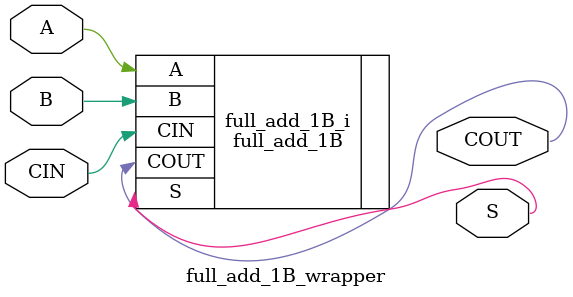
<source format=v>
`timescale 1 ps / 1 ps

module full_add_1B_wrapper
   (A,
    B,
    CIN,
    COUT,
    S);
  input A;
  input B;
  input CIN;
  output COUT;
  output S;

  wire A;
  wire B;
  wire CIN;
  wire COUT;
  wire S;

  full_add_1B full_add_1B_i
       (.A(A),
        .B(B),
        .CIN(CIN),
        .COUT(COUT),
        .S(S));
endmodule

</source>
